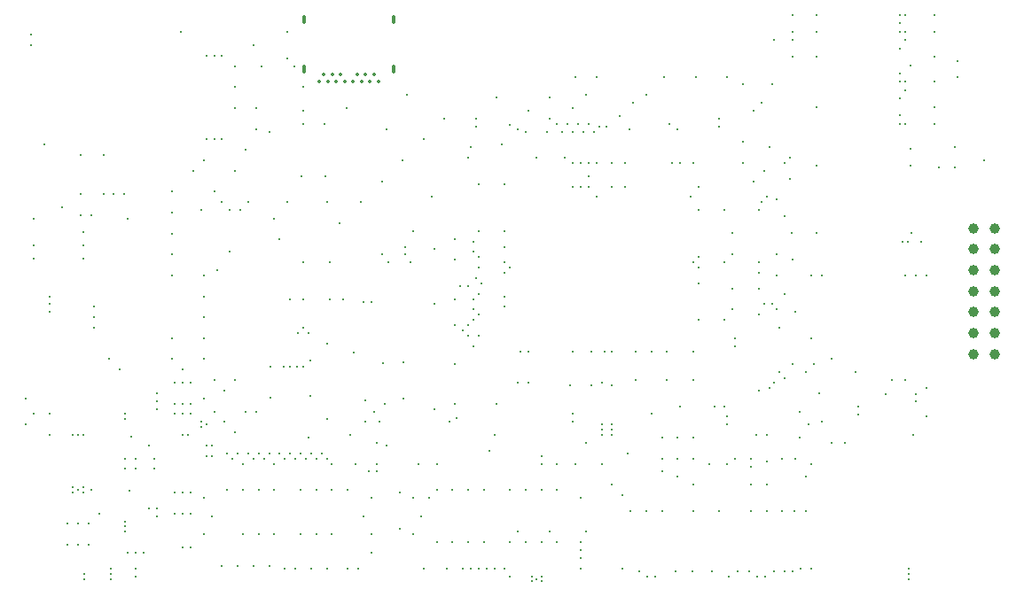
<source format=gbr>
%TF.GenerationSoftware,Altium Limited,Altium Designer,23.10.1 (27)*%
G04 Layer_Color=0*
%FSLAX45Y45*%
%MOMM*%
%TF.SameCoordinates,E65562DB-48BA-4528-A783-DBC4A45482EB*%
%TF.FilePolarity,Positive*%
%TF.FileFunction,Plated,1,4,PTH,Drill*%
%TF.Part,Single*%
G01*
G75*
%TA.AperFunction,ComponentDrill*%
%ADD111C,0.35000*%
%ADD112O,0.40000X0.80000*%
%ADD113C,1.00000*%
%TA.AperFunction,ViaDrill,NotFilled*%
%ADD114C,0.25000*%
D111*
X-2133199Y1655000D02*
D03*
X-2173199Y1725000D02*
D03*
X-2253199D02*
D03*
X-2333199D02*
D03*
X-2373199Y1655000D02*
D03*
X-2293199D02*
D03*
X-2493199Y1725000D02*
D03*
X-2573199D02*
D03*
X-2533199Y1655000D02*
D03*
X-2453199D02*
D03*
X-2653199Y1725000D02*
D03*
X-2693199Y1655000D02*
D03*
X-2213199D02*
D03*
X-2613199D02*
D03*
D112*
X-1988199Y1770000D02*
D03*
X-2838199D02*
D03*
X-1988199Y2242500D02*
D03*
X-2838199D02*
D03*
D113*
X3750000Y-950000D02*
D03*
X3550000D02*
D03*
Y-750000D02*
D03*
X3750000D02*
D03*
X3550000Y-550000D02*
D03*
X3750000D02*
D03*
X3550000Y-350000D02*
D03*
X3750000D02*
D03*
X3550000Y-150000D02*
D03*
X3750000D02*
D03*
X3550000Y50000D02*
D03*
X3750000D02*
D03*
X3550000Y250000D02*
D03*
X3750000D02*
D03*
D114*
X480000Y-1520000D02*
D03*
X-4450000Y-3075000D02*
D03*
X1625000Y1625000D02*
D03*
X1575000Y-2200000D02*
D03*
X1425000D02*
D03*
X875000D02*
D03*
X1025000Y-2000000D02*
D03*
X1800000Y725000D02*
D03*
X-4700000Y-1000000D02*
D03*
X-4600000Y-1100000D02*
D03*
X2100000Y-200000D02*
D03*
X2900000D02*
D03*
X3100000D02*
D03*
X3000000D02*
D03*
X2100000Y-1600000D02*
D03*
X2000000Y-2000000D02*
D03*
X2200000Y-1000000D02*
D03*
X2000000Y-800000D02*
D03*
X1700000Y-700000D02*
D03*
X2000000Y-200000D02*
D03*
X600000Y1700000D02*
D03*
X900000D02*
D03*
X1200000D02*
D03*
X-500000Y1500000D02*
D03*
Y1300000D02*
D03*
X-1000000Y1500000D02*
D03*
X-1200000Y1300000D02*
D03*
X-1500000D02*
D03*
X-1700000Y1100000D02*
D03*
X-1900000Y900000D02*
D03*
X-2100000Y700000D02*
D03*
X-2300000Y500000D02*
D03*
X-2500000Y300000D02*
D03*
X100000Y-1675000D02*
D03*
Y-1625000D02*
D03*
Y-1725000D02*
D03*
X2950000Y1810000D02*
D03*
X-875000Y1240000D02*
D03*
X650000Y1250000D02*
D03*
X-3800000Y-2675000D02*
D03*
X-2200000Y-2325000D02*
D03*
Y-2675000D02*
D03*
X-1800000D02*
D03*
X-1650000Y-2325000D02*
D03*
X-1800000D02*
D03*
X-200000D02*
D03*
X-2625000Y500000D02*
D03*
X-2850000Y-700000D02*
D03*
X-2650000Y1250000D02*
D03*
X-2850000D02*
D03*
X-2800000Y-750000D02*
D03*
X-2900000D02*
D03*
X-275000Y1400000D02*
D03*
X-700000Y1375000D02*
D03*
X-2850000D02*
D03*
X-3000000Y500000D02*
D03*
X-575000Y-2000000D02*
D03*
X200000Y-2300000D02*
D03*
X575000Y-1950000D02*
D03*
X1675000Y-200000D02*
D03*
Y0D02*
D03*
Y525000D02*
D03*
X-950000Y1050000D02*
D03*
X-1175000Y675000D02*
D03*
X-1400000Y-1425000D02*
D03*
X-1350000Y-300000D02*
D03*
X-1275000D02*
D03*
X-250000Y-2000000D02*
D03*
X-0D02*
D03*
X-425000D02*
D03*
X-150000Y-1800000D02*
D03*
X1175000Y425000D02*
D03*
X1175000Y-75000D02*
D03*
Y-625000D02*
D03*
X-5450000Y2100000D02*
D03*
X-3575000Y-1900000D02*
D03*
X-2625000Y-1950000D02*
D03*
X-2675000Y-1900000D02*
D03*
X-2725000Y-1950000D02*
D03*
X-2825000D02*
D03*
X-2775000Y-1900000D02*
D03*
X-2925000Y-1950000D02*
D03*
X-3025000D02*
D03*
X-2975000Y-1900000D02*
D03*
X-3075000D02*
D03*
X-3175000D02*
D03*
X-3225000Y-1950000D02*
D03*
X-3275000Y-1900000D02*
D03*
X-3325000Y-1950000D02*
D03*
X-3375000Y-1900000D02*
D03*
X-3475000D02*
D03*
X-3525000Y-1950000D02*
D03*
X-2849250Y-1075000D02*
D03*
X-2785750Y-1010000D02*
D03*
X-1025000Y-1725000D02*
D03*
X-1075000Y-1875000D02*
D03*
X1750000Y370000D02*
D03*
Y-375000D02*
D03*
Y-1186500D02*
D03*
X1700000Y-1125000D02*
D03*
X1675000Y-525000D02*
D03*
X1625000Y-475000D02*
D03*
X1550000D02*
D03*
X1650000Y-1225000D02*
D03*
X-3166750Y-1075000D02*
D03*
X-2976250D02*
D03*
X1500000Y-325000D02*
D03*
Y-175000D02*
D03*
Y-75000D02*
D03*
X1600000Y-1275000D02*
D03*
X325000Y-1200000D02*
D03*
X-2468250Y-425000D02*
D03*
X50000Y1225000D02*
D03*
X-925000Y-3000000D02*
D03*
X-1025000D02*
D03*
X-1100000D02*
D03*
X-1175000D02*
D03*
X-1250000D02*
D03*
X-1325000D02*
D03*
X-1475000D02*
D03*
X-2912750Y-1075000D02*
D03*
X-1150000Y-275000D02*
D03*
X-3175000Y-2975000D02*
D03*
X-3325000D02*
D03*
X-3475000D02*
D03*
X-3625000D02*
D03*
X-1200000Y1225000D02*
D03*
X-1225000Y25000D02*
D03*
X-1175000Y-25000D02*
D03*
X-3575000Y-2250000D02*
D03*
X-2425000D02*
D03*
X-3425000D02*
D03*
X-3125000D02*
D03*
X-2875000D02*
D03*
X-2575000D02*
D03*
Y-2675000D02*
D03*
X-2875000D02*
D03*
X-3125000D02*
D03*
X-3425000D02*
D03*
X-575000Y-2750000D02*
D03*
X-875000D02*
D03*
X-1125000D02*
D03*
X-1425000D02*
D03*
X-1575000Y-2250000D02*
D03*
X-1425000D02*
D03*
X-1125000D02*
D03*
X-875000D02*
D03*
X-575000D02*
D03*
X-425000Y-2250000D02*
D03*
X-75000Y1175000D02*
D03*
X-375000D02*
D03*
X-275000D02*
D03*
X-175000Y1175000D02*
D03*
X-1175000Y-375000D02*
D03*
X-1175000Y-575000D02*
D03*
X-1225000Y-525000D02*
D03*
X2850000Y1250000D02*
D03*
X2900000Y1250000D02*
D03*
X2850000Y2290000D02*
D03*
X2900000Y2290000D02*
D03*
X2850000Y2130000D02*
D03*
X2900000Y2130000D02*
D03*
Y1650000D02*
D03*
X2850000Y1650000D02*
D03*
Y2210000D02*
D03*
Y1970000D02*
D03*
X2900000Y2050000D02*
D03*
X2850000Y1730000D02*
D03*
X2900000Y1570000D02*
D03*
X2850000Y1490000D02*
D03*
Y1330000D02*
D03*
X-1225000Y125000D02*
D03*
Y-425000D02*
D03*
X-1325000Y-725000D02*
D03*
X-1400000Y-675000D02*
D03*
X-275000Y-1600000D02*
D03*
X-100000Y-1250000D02*
D03*
X-1200000Y-225000D02*
D03*
X-1175000Y-125000D02*
D03*
X-1600000Y-475000D02*
D03*
X-1400000Y-425000D02*
D03*
Y-50000D02*
D03*
X-1175000Y225000D02*
D03*
Y-775000D02*
D03*
X-0Y-1625000D02*
D03*
Y-1675000D02*
D03*
Y-1725000D02*
D03*
X-425000Y-2750000D02*
D03*
X-1575000D02*
D03*
X100000Y-1250000D02*
D03*
X-5450000Y2000000D02*
D03*
X-3550000Y425000D02*
D03*
X-2150000Y-2000000D02*
D03*
X-2400000Y-1725000D02*
D03*
X-1400000Y-1050000D02*
D03*
X-2150000Y-1800000D02*
D03*
X-2350000Y-2000000D02*
D03*
X-2041016Y-75016D02*
D03*
X-1825000Y-75000D02*
D03*
X-2849250D02*
D03*
X-3500000Y-1200000D02*
D03*
X-3700000Y-1500000D02*
D03*
X-3800000Y-1375000D02*
D03*
X-3325000Y2000000D02*
D03*
X-3500000Y1800000D02*
D03*
X-3250000D02*
D03*
X-3000000Y1875000D02*
D03*
Y2125000D02*
D03*
X-1250000Y1025000D02*
D03*
X-1625000Y550000D02*
D03*
X-2075000Y-1425000D02*
D03*
X-3550000Y25000D02*
D03*
X-3075000Y150000D02*
D03*
X-1225000Y-625000D02*
D03*
X-1450000Y-1600000D02*
D03*
X-1385000Y-1567500D02*
D03*
X-2225000Y-2075000D02*
D03*
X-2150000D02*
D03*
X-2277750Y-450000D02*
D03*
X-2863199Y750000D02*
D03*
X-2638199D02*
D03*
X-2938199Y1800000D02*
D03*
X-2050000Y1200000D02*
D03*
X1811801Y210000D02*
D03*
X-2438199Y1400000D02*
D03*
X3100000Y-1275000D02*
D03*
X2450000Y-1532500D02*
D03*
X-425000Y1250000D02*
D03*
X-325000D02*
D03*
X-225000D02*
D03*
X-125000D02*
D03*
X-525000Y1175000D02*
D03*
X-725000D02*
D03*
X-800000Y1200000D02*
D03*
X-350000Y925000D02*
D03*
X3650000Y900000D02*
D03*
X575000Y-1750000D02*
D03*
X725000D02*
D03*
X875000D02*
D03*
X750000Y-1450000D02*
D03*
X1075000D02*
D03*
X-1863199Y1525000D02*
D03*
X-3700000Y1900000D02*
D03*
X-3775000D02*
D03*
X-3625000D02*
D03*
X-2850000Y1600000D02*
D03*
X725000Y-1950000D02*
D03*
X875000D02*
D03*
X1425000D02*
D03*
X1125000Y-2450000D02*
D03*
X1425000D02*
D03*
X875000D02*
D03*
X575000D02*
D03*
X1275000Y-1950000D02*
D03*
X1250000Y-525000D02*
D03*
X-4683000Y-3000000D02*
D03*
X875000Y875000D02*
D03*
X675000D02*
D03*
X750000D02*
D03*
X-4510000Y-2260000D02*
D03*
X-4490000Y-1740000D02*
D03*
X425000Y1525000D02*
D03*
X300000Y1450000D02*
D03*
X925000Y-275000D02*
D03*
Y-125000D02*
D03*
Y-25000D02*
D03*
X875000Y-75000D02*
D03*
X925000Y425000D02*
D03*
X-625000Y925000D02*
D03*
X-925000Y675000D02*
D03*
Y-75000D02*
D03*
X-875000Y-125000D02*
D03*
X-925000Y75000D02*
D03*
Y225000D02*
D03*
Y-175000D02*
D03*
X-275000Y-925000D02*
D03*
X25000D02*
D03*
X475000D02*
D03*
X325000D02*
D03*
X625000D02*
D03*
X875000D02*
D03*
X-700000D02*
D03*
X-775000D02*
D03*
X-800000Y-1225000D02*
D03*
X-699992Y-1225008D02*
D03*
X-925000Y-400000D02*
D03*
Y-500000D02*
D03*
X-275000Y875000D02*
D03*
X1485000Y-3075000D02*
D03*
X1405000Y-3025000D02*
D03*
X1565000Y-3075000D02*
D03*
X1645000Y-3025000D02*
D03*
X3375000Y1025000D02*
D03*
Y835000D02*
D03*
X925000Y-625000D02*
D03*
X725000Y1200000D02*
D03*
X-4450000Y-3000000D02*
D03*
X-4683000Y-3050000D02*
D03*
Y-3100000D02*
D03*
X-1575000Y-2000000D02*
D03*
X-1000000Y-1425000D02*
D03*
X-1750000Y-2000000D02*
D03*
X-1925000Y-2275000D02*
D03*
X-2595250Y-425000D02*
D03*
X-2849250D02*
D03*
X-3125000Y340500D02*
D03*
X-3450000Y425000D02*
D03*
X-3800000Y-200000D02*
D03*
X-3675000Y-150000D02*
D03*
X-3039750Y-1075000D02*
D03*
X-5275000Y-400000D02*
D03*
Y-550000D02*
D03*
Y-475000D02*
D03*
X-5100000Y-2775000D02*
D03*
X-4900000D02*
D03*
X-5000000D02*
D03*
X-5100000Y-2575000D02*
D03*
X-5000000Y-2575000D02*
D03*
X-4900000Y-2575000D02*
D03*
X-4075000Y-2275000D02*
D03*
Y-2475000D02*
D03*
X-4000000Y-2275000D02*
D03*
Y-2475000D02*
D03*
X-3925000Y-2275000D02*
D03*
Y-2475000D02*
D03*
X-4000000Y-1225000D02*
D03*
Y-1425000D02*
D03*
X-4075000Y-1225000D02*
D03*
Y-1425000D02*
D03*
X-3925000Y-1225000D02*
D03*
Y-1425000D02*
D03*
X-4075000Y-1525000D02*
D03*
X-4000000Y-1525000D02*
D03*
X-3925000Y-1525000D02*
D03*
X-3775000Y-1625000D02*
D03*
X-3825000Y-1650000D02*
D03*
Y-1600000D02*
D03*
X-4000000Y-1725000D02*
D03*
X-3950000D02*
D03*
X-3775000Y-1925000D02*
D03*
Y-1825000D02*
D03*
X-4525000Y-2850000D02*
D03*
X-4450000D02*
D03*
X-4375000D02*
D03*
X-5500000Y-1375000D02*
D03*
Y-1625000D02*
D03*
X-5425000Y-1525000D02*
D03*
X-3725000Y-1825000D02*
D03*
Y-1925000D02*
D03*
X-4015000Y2125000D02*
D03*
X-3175016Y1175016D02*
D03*
X-2625000Y-850000D02*
D03*
X-2260008Y-1600000D02*
D03*
X-1275000Y925000D02*
D03*
X-2785750Y-1355750D02*
D03*
X-2365000Y-935000D02*
D03*
X-2087250Y-1037250D02*
D03*
X-1896750Y-1026750D02*
D03*
X-1225000Y-875000D02*
D03*
X-2260008Y-1389992D02*
D03*
X-1275000Y-775000D02*
D03*
X-2625000Y-1575000D02*
D03*
X-3166750Y-1366750D02*
D03*
X-2595250Y-75000D02*
D03*
X-2976250Y-424986D02*
D03*
X-1875000Y0D02*
D03*
X-1600000Y50000D02*
D03*
X-2200000Y-450000D02*
D03*
X-1400000Y150000D02*
D03*
X-200000Y875000D02*
D03*
X-125000D02*
D03*
X-50000Y550000D02*
D03*
Y875000D02*
D03*
X100000D02*
D03*
X225000D02*
D03*
X-275000Y650000D02*
D03*
X-200000D02*
D03*
X-125000D02*
D03*
Y750000D02*
D03*
X100000Y650000D02*
D03*
X225000D02*
D03*
X-4563199Y576801D02*
D03*
X-4665000Y575000D02*
D03*
X-4755000Y950000D02*
D03*
X-4975000D02*
D03*
Y575000D02*
D03*
X-5151801Y450000D02*
D03*
X-5325000Y1050000D02*
D03*
X-4950000Y-40500D02*
D03*
Y86500D02*
D03*
Y213500D02*
D03*
X-5426801Y340500D02*
D03*
Y86500D02*
D03*
X-1275000Y-675000D02*
D03*
X1125000Y1300000D02*
D03*
Y1225000D02*
D03*
X1450000Y1375000D02*
D03*
X1525000Y1450000D02*
D03*
X1600000Y1025000D02*
D03*
X1750000Y875000D02*
D03*
X925000Y650000D02*
D03*
X1575000Y-2450000D02*
D03*
X850000Y550000D02*
D03*
X1250000Y0D02*
D03*
Y210000D02*
D03*
X1500000Y425000D02*
D03*
X1350000Y875000D02*
D03*
X1500000Y-575000D02*
D03*
X1275000Y-875000D02*
D03*
Y-800000D02*
D03*
X1850000Y-550000D02*
D03*
X1950000Y-1125000D02*
D03*
X2075000Y-1325000D02*
D03*
X2900000Y-1200000D02*
D03*
X2775000D02*
D03*
X2325000Y-1800000D02*
D03*
X2200000D02*
D03*
X1825000Y-1050000D02*
D03*
X2025000D02*
D03*
X1175000Y-1450000D02*
D03*
X2710000Y-1337500D02*
D03*
X3000000D02*
D03*
Y-1402500D02*
D03*
X2450000Y-1450000D02*
D03*
X2975000Y-1727500D02*
D03*
X3100000Y-1550000D02*
D03*
X3400000Y1844984D02*
D03*
Y1694984D02*
D03*
X3175000Y1650000D02*
D03*
Y1889968D02*
D03*
Y2129968D02*
D03*
Y2289968D02*
D03*
X3175000Y1250000D02*
D03*
X3175000Y1410000D02*
D03*
X1800000Y925000D02*
D03*
X1825000Y2289968D02*
D03*
Y2129968D02*
D03*
Y1889968D02*
D03*
X1350000Y1075000D02*
D03*
X2425000Y-1125000D02*
D03*
X3224984Y835000D02*
D03*
X2050000Y850000D02*
D03*
Y210000D02*
D03*
Y1890000D02*
D03*
Y2130000D02*
D03*
Y2290000D02*
D03*
Y1410000D02*
D03*
X2950000Y850000D02*
D03*
Y1010000D02*
D03*
X1825000Y2050000D02*
D03*
X1650000D02*
D03*
X1550000Y800000D02*
D03*
X1450000Y700000D02*
D03*
X1525000Y500000D02*
D03*
X1575000Y550000D02*
D03*
X-3125000Y-2000000D02*
D03*
X-3425000D02*
D03*
X-2575000D02*
D03*
X-2875000Y-1900000D02*
D03*
X-2800000Y-1750000D02*
D03*
X1825000Y-50000D02*
D03*
X625000Y-1200000D02*
D03*
X875000D02*
D03*
X425000Y-2450000D02*
D03*
X1948539Y-2124991D02*
D03*
X1725000Y-2450000D02*
D03*
X1949984Y-2449992D02*
D03*
X275000Y-2449999D02*
D03*
X515000Y-3075000D02*
D03*
X355000Y-3025000D02*
D03*
X435000Y-3075000D02*
D03*
X705000Y-3025000D02*
D03*
X865000D02*
D03*
X1895000Y-1500000D02*
D03*
X1475000Y-1725000D02*
D03*
X1500000Y-1300000D02*
D03*
X-1925000Y-2625000D02*
D03*
X1295000Y-3025000D02*
D03*
X1055000D02*
D03*
X1215000Y-3075000D02*
D03*
X1750000Y-3025000D02*
D03*
X1825000D02*
D03*
X1725000Y-1949991D02*
D03*
X1850000D02*
D03*
X-2275000Y-2500000D02*
D03*
X-1725000Y-2500000D02*
D03*
X-1275000Y-2250000D02*
D03*
X-725000D02*
D03*
X-1275000Y-2750000D02*
D03*
X-3725000Y-2500000D02*
D03*
X-3800000Y-2325000D02*
D03*
X-3275000Y-2250000D02*
D03*
X-2725000D02*
D03*
Y-2675000D02*
D03*
X-3275000D02*
D03*
X-1700000Y-3000000D02*
D03*
X-2200000Y-2850000D02*
D03*
X-2325000Y-3000000D02*
D03*
X-2625000D02*
D03*
X-2775000D02*
D03*
X-2925000D02*
D03*
X-3025000D02*
D03*
X1250000Y-325000D02*
D03*
X1575000Y-1725000D02*
D03*
X-4250000Y-1400001D02*
D03*
Y-1325000D02*
D03*
Y-1475000D02*
D03*
X-4550000Y-1950000D02*
D03*
Y-2050000D02*
D03*
X-4450000D02*
D03*
Y-1950000D02*
D03*
X-4275000D02*
D03*
Y-2050000D02*
D03*
X-4755000Y575000D02*
D03*
X-4875009Y375509D02*
D03*
X-4975000Y375000D02*
D03*
X-3625000Y1100000D02*
D03*
X-3775000D02*
D03*
X-3700000D02*
D03*
X-4850000Y-700000D02*
D03*
Y-600000D02*
D03*
Y-500000D02*
D03*
X1200000Y-2000000D02*
D03*
X100000Y-2200000D02*
D03*
X-150000Y-2650000D02*
D03*
X-200000Y-2750000D02*
D03*
X-619000Y-3100000D02*
D03*
X-669000Y-3075000D02*
D03*
Y-3125000D02*
D03*
X-569000Y-3075000D02*
D03*
Y-3125000D02*
D03*
X-4937000Y-3100000D02*
D03*
Y-3050000D02*
D03*
X2937000D02*
D03*
Y-3100000D02*
D03*
Y-3000000D02*
D03*
X-5275000Y-1525000D02*
D03*
Y-1725000D02*
D03*
X-5000000D02*
D03*
X-4950000D02*
D03*
X-5050000D02*
D03*
X-4325000Y-2425000D02*
D03*
X-4250000D02*
D03*
Y-2500000D02*
D03*
X-4550000Y-2550000D02*
D03*
Y-2600000D02*
D03*
Y-2650000D02*
D03*
Y-1525000D02*
D03*
Y-1575000D02*
D03*
X-4800000Y-2475000D02*
D03*
X-5050000Y-2225000D02*
D03*
X-5000000Y-2250000D02*
D03*
X-4950000Y-2225000D02*
D03*
Y-2275000D02*
D03*
X-5050000D02*
D03*
X3050000Y125000D02*
D03*
X2925000D02*
D03*
X2875000D02*
D03*
X2960000Y210000D02*
D03*
X1895000Y-1750000D02*
D03*
X1975000Y-1625000D02*
D03*
X-875000Y-3075000D02*
D03*
X-2425000Y-3000000D02*
D03*
X-4325000Y-1825000D02*
D03*
X-4000000Y-2800000D02*
D03*
X-3925000D02*
D03*
X-150000Y1525000D02*
D03*
X-25000Y1225000D02*
D03*
X175000Y1325000D02*
D03*
X262500Y1197500D02*
D03*
X-3375000Y500000D02*
D03*
X-3625000D02*
D03*
X-3825000Y425000D02*
D03*
X-5425000Y-40501D02*
D03*
X-4526817Y340500D02*
D03*
X-200000Y-2825000D02*
D03*
Y-2900000D02*
D03*
X-2100000Y0D02*
D03*
X-1800000Y225000D02*
D03*
X-1875000Y75000D02*
D03*
X-300000Y-1250000D02*
D03*
X-3600000Y-1600000D02*
D03*
X-3500000Y-1700000D02*
D03*
X-3400000Y-1500000D02*
D03*
X-3300000D02*
D03*
X-3600000Y-1300000D02*
D03*
X-3700000Y-1200000D02*
D03*
X-4000000Y-1100000D02*
D03*
X-4100000Y-1000000D02*
D03*
X-3800000D02*
D03*
Y-800000D02*
D03*
Y-600000D02*
D03*
Y-400000D02*
D03*
X-4100000Y-800000D02*
D03*
Y-200000D02*
D03*
Y0D02*
D03*
Y200000D02*
D03*
Y400000D02*
D03*
X-3700000Y600000D02*
D03*
X-3500000Y800000D02*
D03*
Y1400000D02*
D03*
X-3300000D02*
D03*
X-3500000Y1600000D02*
D03*
X-3300000Y1200000D02*
D03*
X-3400000Y1000000D02*
D03*
X-3800000Y900000D02*
D03*
X-3900000Y800000D02*
D03*
X-4100000Y600000D02*
D03*
X1350000Y1625000D02*
D03*
X-49979Y1700000D02*
D03*
X-249979Y1699999D02*
D03*
X0Y-1225000D02*
D03*
X-725000Y-2750000D02*
D03*
X1575000Y-1975000D02*
D03*
X1425000Y-2025000D02*
D03*
X725000Y-2125000D02*
D03*
X575000Y-2075000D02*
D03*
X250000Y-1900000D02*
D03*
X1200000Y-1625000D02*
D03*
Y-1550000D02*
D03*
X-1896750Y-1378251D02*
D03*
X-2175000Y-1500000D02*
D03*
X-2050000Y-1825000D02*
D03*
X-2125000Y-1600000D02*
D03*
X-1600000Y-1475000D02*
D03*
X1836785Y-2449992D02*
D03*
X-4875000Y-2250000D02*
D03*
X-100000Y-925000D02*
D03*
X100000D02*
D03*
X2000000Y-3000000D02*
D03*
X1900000D02*
D03*
X-200000D02*
D03*
X200000D02*
D03*
X-500000Y-2650000D02*
D03*
X-800000D02*
D03*
X-575000Y-1925000D02*
D03*
X-275000Y-1525000D02*
D03*
%TF.MD5,072cf12beacaef31d55ddd840280dd31*%
M02*

</source>
